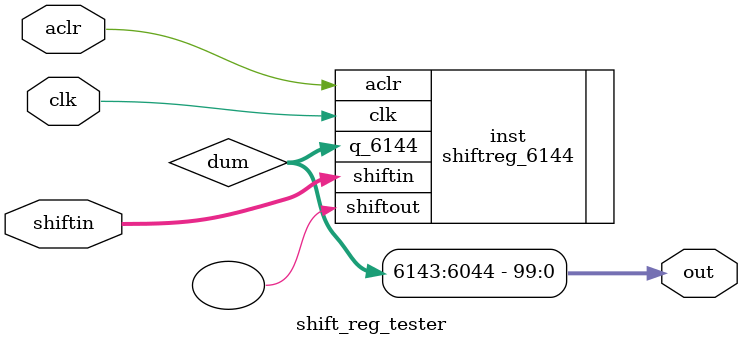
<source format=v>
module shift_reg_tester(
	input clk,
	input [7:0] shiftin,
	output [99:0] out,
	input aclr
	);
	
	/*
	
		input aclr,
	input clk,
	input [7:0] shiftin,
	output [6143:0] q_6144,
	output [1055:0] q_1056,
	output [7:0] shiftout
							);
	*/
	wire [6143:0] dum;
	
	shiftreg_6144 inst(.clk(clk), .aclr(aclr), .shiftin(shiftin), .q_6144(dum), .shiftout());
	
	assign out = dum[6143:6044];
	
endmodule
	
</source>
